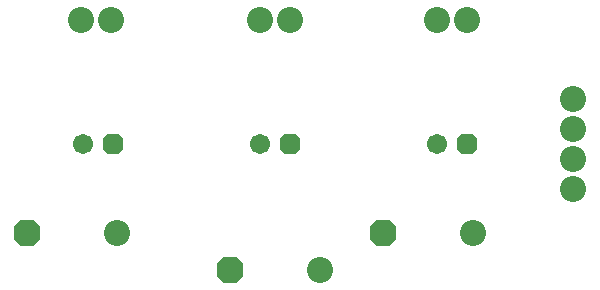
<source format=gbs>
%FSLAX24Y24*%
%MOIN*%
G70*
G01*
G75*
G04 Layer_Color=16711935*
%ADD10R,0.0551X0.0374*%
%ADD11C,0.0197*%
%ADD12C,0.0394*%
G04:AMPARAMS|DCode=13|XSize=59.1mil|YSize=59.1mil|CornerRadius=0mil|HoleSize=0mil|Usage=FLASHONLY|Rotation=0.000|XOffset=0mil|YOffset=0mil|HoleType=Round|Shape=Octagon|*
%AMOCTAGOND13*
4,1,8,0.0295,-0.0148,0.0295,0.0148,0.0148,0.0295,-0.0148,0.0295,-0.0295,0.0148,-0.0295,-0.0148,-0.0148,-0.0295,0.0148,-0.0295,0.0295,-0.0148,0.0*
%
%ADD13OCTAGOND13*%

%ADD14C,0.0591*%
%ADD15C,0.0787*%
G04:AMPARAMS|DCode=16|XSize=78.7mil|YSize=78.7mil|CornerRadius=0mil|HoleSize=0mil|Usage=FLASHONLY|Rotation=180.000|XOffset=0mil|YOffset=0mil|HoleType=Round|Shape=Octagon|*
%AMOCTAGOND16*
4,1,8,-0.0394,0.0197,-0.0394,-0.0197,-0.0197,-0.0394,0.0197,-0.0394,0.0394,-0.0197,0.0394,0.0197,0.0197,0.0394,-0.0197,0.0394,-0.0394,0.0197,0.0*
%
%ADD16OCTAGOND16*%

%ADD17C,0.0079*%
%ADD18C,0.0100*%
%ADD19R,0.0632X0.0454*%
G04:AMPARAMS|DCode=20|XSize=67.1mil|YSize=67.1mil|CornerRadius=0mil|HoleSize=0mil|Usage=FLASHONLY|Rotation=0.000|XOffset=0mil|YOffset=0mil|HoleType=Round|Shape=Octagon|*
%AMOCTAGOND20*
4,1,8,0.0335,-0.0168,0.0335,0.0168,0.0168,0.0335,-0.0168,0.0335,-0.0335,0.0168,-0.0335,-0.0168,-0.0168,-0.0335,0.0168,-0.0335,0.0335,-0.0168,0.0*
%
%ADD20OCTAGOND20*%

%ADD21C,0.0671*%
%ADD22C,0.0868*%
G04:AMPARAMS|DCode=23|XSize=86.8mil|YSize=86.8mil|CornerRadius=0mil|HoleSize=0mil|Usage=FLASHONLY|Rotation=180.000|XOffset=0mil|YOffset=0mil|HoleType=Round|Shape=Octagon|*
%AMOCTAGOND23*
4,1,8,-0.0434,0.0217,-0.0434,-0.0217,-0.0217,-0.0434,0.0217,-0.0434,0.0434,-0.0217,0.0434,0.0217,0.0217,0.0434,-0.0217,0.0434,-0.0434,0.0217,0.0*
%
%ADD23OCTAGOND23*%

D20*
X16250Y16142D02*
D03*
X22150Y16150D02*
D03*
X28050Y16142D02*
D03*
D21*
X15250D02*
D03*
X21150Y16150D02*
D03*
X27050Y16142D02*
D03*
D22*
X15200Y20300D02*
D03*
X16200D02*
D03*
X27050D02*
D03*
X28050D02*
D03*
X21150D02*
D03*
X22150D02*
D03*
X31600Y17650D02*
D03*
Y16650D02*
D03*
Y15650D02*
D03*
Y14650D02*
D03*
X16400Y13200D02*
D03*
X23154Y11950D02*
D03*
X28250Y13200D02*
D03*
D23*
X13400Y13200D02*
D03*
X20154Y11950D02*
D03*
X25250Y13200D02*
D03*
M02*

</source>
